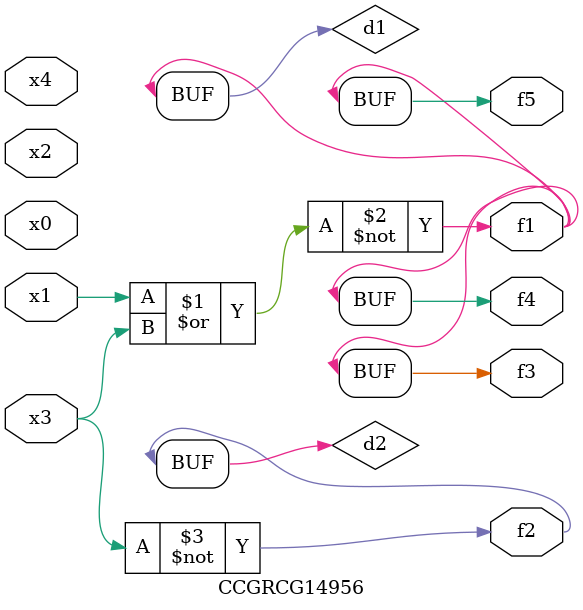
<source format=v>
module CCGRCG14956(
	input x0, x1, x2, x3, x4,
	output f1, f2, f3, f4, f5
);

	wire d1, d2;

	nor (d1, x1, x3);
	not (d2, x3);
	assign f1 = d1;
	assign f2 = d2;
	assign f3 = d1;
	assign f4 = d1;
	assign f5 = d1;
endmodule

</source>
